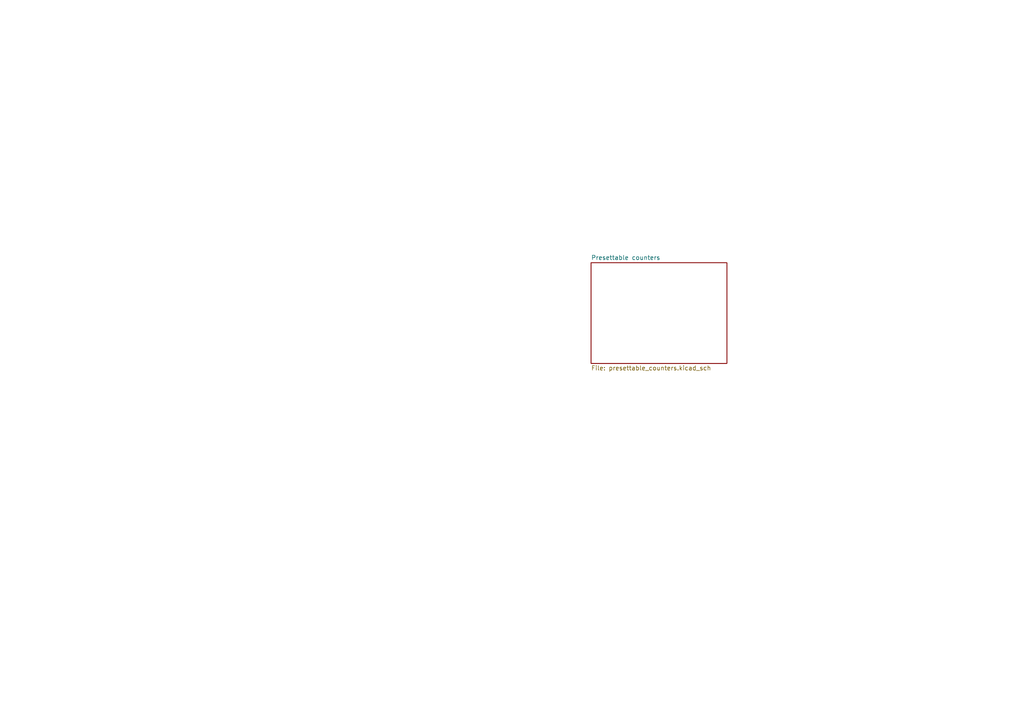
<source format=kicad_sch>
(kicad_sch (version 20211123) (generator eeschema)
  (paper "A4")
  (title_block (title "12 Bit CPU board") (date "2023-04-16") (rev "0.0") (company "The O Town Garage"))
  (lib_symbols)
  (sheet (at 171.45 76.2) (size 39.37 29.21) (stroke (width 0.2))
    (property "Sheet name" "Presettable counters" (at 171.45 75.4646 0) (effects (justify left bottom)))
    (property "Sheet file" "presettable_counters.kicad_sch" (at 171.45 106.0184 0) (effects (justify left top)))
  )
)
</source>
